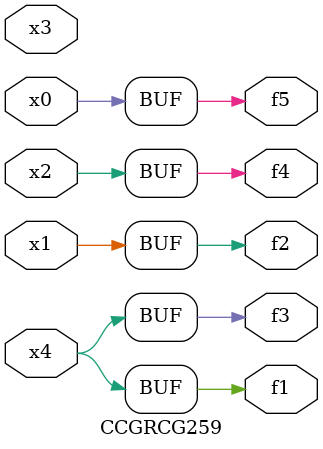
<source format=v>
module CCGRCG259(
	input x0, x1, x2, x3, x4,
	output f1, f2, f3, f4, f5
);
	assign f1 = x4;
	assign f2 = x1;
	assign f3 = x4;
	assign f4 = x2;
	assign f5 = x0;
endmodule

</source>
